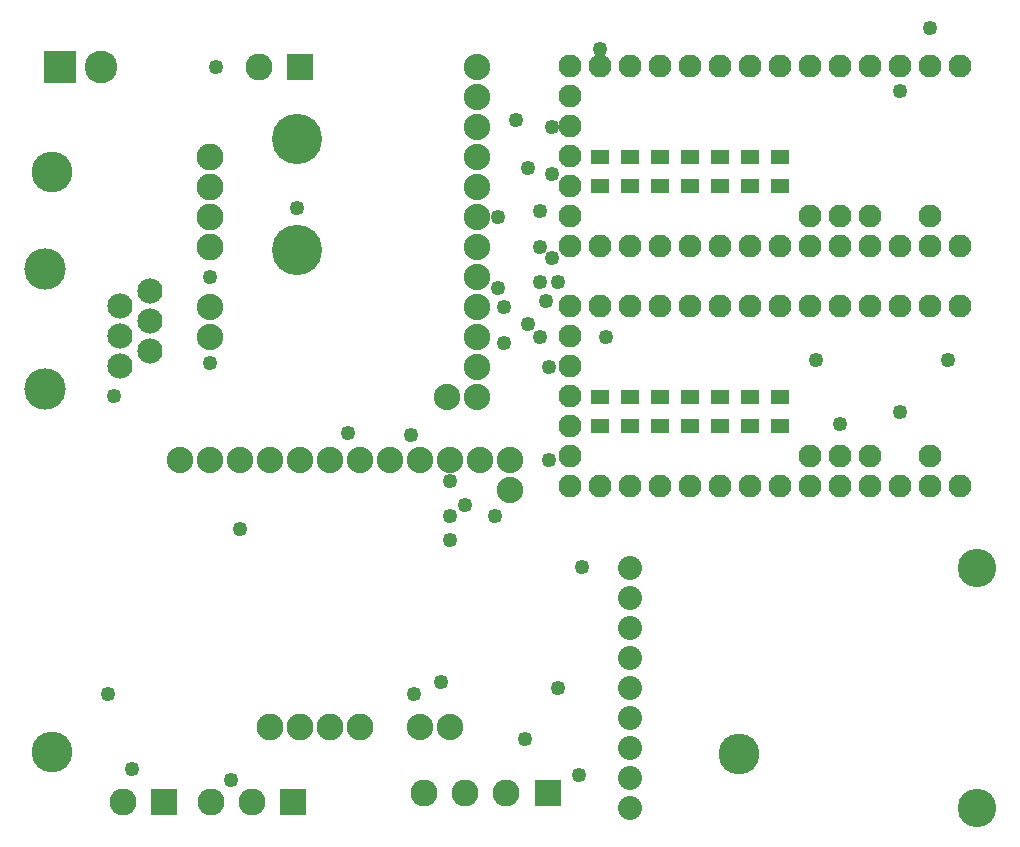
<source format=gbs>
G04 MADE WITH FRITZING*
G04 WWW.FRITZING.ORG*
G04 DOUBLE SIDED*
G04 HOLES PLATED*
G04 CONTOUR ON CENTER OF CONTOUR VECTOR*
%ASAXBY*%
%FSLAX23Y23*%
%MOIN*%
%OFA0B0*%
%SFA1.0B1.0*%
%ADD10C,0.049370*%
%ADD11C,0.080000*%
%ADD12C,0.128110*%
%ADD13C,0.090000*%
%ADD14C,0.167480*%
%ADD15C,0.084000*%
%ADD16C,0.138000*%
%ADD17C,0.089370*%
%ADD18C,0.076889*%
%ADD19C,0.092000*%
%ADD20C,0.088000*%
%ADD21C,0.109055*%
%ADD22C,0.135984*%
%ADD23R,0.090000X0.090000*%
%ADD24R,0.062264X0.049500*%
%ADD25R,0.092000X0.092000*%
%ADD26R,0.109055X0.109055*%
%LNMASK0*%
G90*
G70*
G54D10*
X1889Y228D03*
X1898Y920D03*
X1819Y518D03*
X1708Y348D03*
G54D11*
X2058Y118D03*
X2058Y218D03*
X2058Y318D03*
X2058Y418D03*
X2058Y518D03*
X2058Y618D03*
X2058Y718D03*
X2058Y818D03*
X2058Y918D03*
G54D12*
X3214Y918D03*
X3214Y118D03*
G54D13*
X1784Y168D03*
X1646Y168D03*
X1508Y168D03*
X1370Y168D03*
G54D10*
X1679Y2409D03*
X3058Y2718D03*
X1957Y2648D03*
X1758Y2108D03*
X1798Y2388D03*
X1719Y2249D03*
X1619Y2088D03*
X1758Y1988D03*
X1638Y1668D03*
X1719Y1729D03*
X1619Y1849D03*
X2958Y2508D03*
X1758Y1869D03*
X1818Y1869D03*
X2958Y1438D03*
X758Y1048D03*
X2758Y1398D03*
X1458Y1208D03*
X1458Y1089D03*
X1458Y1009D03*
X1789Y1278D03*
X1789Y1588D03*
X1607Y1089D03*
X1508Y1128D03*
X658Y1888D03*
X1428Y538D03*
X1339Y497D03*
X657Y1599D03*
X1329Y1360D03*
X1758Y1688D03*
X2678Y1610D03*
X3118Y1610D03*
X1977Y1688D03*
X1118Y1368D03*
G54D14*
X948Y2348D03*
X948Y1978D03*
G54D10*
X1798Y1949D03*
X1798Y2229D03*
X1637Y1788D03*
X1779Y1808D03*
X679Y2587D03*
X947Y2118D03*
G54D15*
X458Y1839D03*
X358Y1789D03*
X458Y1739D03*
X358Y1689D03*
X458Y1639D03*
X358Y1589D03*
G54D16*
X108Y1914D03*
X108Y1514D03*
G54D13*
X506Y138D03*
X368Y138D03*
X936Y138D03*
X798Y138D03*
X660Y138D03*
G54D17*
X858Y388D03*
X958Y388D03*
X1058Y388D03*
X1158Y388D03*
X658Y2288D03*
X658Y2188D03*
X658Y2088D03*
X658Y1988D03*
G54D18*
X1858Y1189D03*
X1958Y1189D03*
X2058Y1189D03*
X2158Y1189D03*
X2258Y1189D03*
X2358Y1189D03*
X2458Y1189D03*
X2558Y1189D03*
X2658Y1189D03*
X2758Y1189D03*
X2858Y1189D03*
X2958Y1189D03*
X3058Y1189D03*
X3158Y1189D03*
X3058Y1289D03*
X1858Y1789D03*
X1958Y1789D03*
X2058Y1789D03*
X2158Y1789D03*
X2258Y1789D03*
X2358Y1789D03*
X2458Y1789D03*
X2558Y1789D03*
X2658Y1789D03*
X2758Y1789D03*
X2858Y1789D03*
X2958Y1789D03*
X3058Y1789D03*
X3158Y1789D03*
X2758Y1289D03*
X2858Y1289D03*
X2658Y1289D03*
X1858Y1589D03*
X1858Y1689D03*
X1858Y1489D03*
X1858Y1289D03*
X1858Y1389D03*
X1858Y1989D03*
X1958Y1989D03*
X2058Y1989D03*
X2158Y1989D03*
X2258Y1989D03*
X2358Y1989D03*
X2458Y1989D03*
X2558Y1989D03*
X2658Y1989D03*
X2758Y1989D03*
X2858Y1989D03*
X2958Y1989D03*
X3058Y1989D03*
X3158Y1989D03*
X3058Y2089D03*
X1858Y2589D03*
X1958Y2589D03*
X2058Y2589D03*
X2158Y2589D03*
X2258Y2589D03*
X2358Y2589D03*
X2458Y2589D03*
X2558Y2589D03*
X2658Y2589D03*
X2758Y2589D03*
X2858Y2589D03*
X2958Y2589D03*
X3058Y2589D03*
X3158Y2589D03*
X2758Y2089D03*
X2858Y2089D03*
X2658Y2089D03*
X1858Y2389D03*
X1858Y2489D03*
X1858Y2289D03*
X1858Y2089D03*
X1858Y2189D03*
G54D13*
X958Y2588D03*
X820Y2588D03*
X958Y2588D03*
X820Y2588D03*
G54D19*
X948Y2348D03*
X948Y1981D03*
X948Y2348D03*
X948Y1981D03*
G54D20*
X558Y1278D03*
X658Y1278D03*
X758Y1278D03*
X858Y1278D03*
X958Y1278D03*
X1058Y1278D03*
X1158Y1278D03*
X1258Y1278D03*
X1358Y1278D03*
X1458Y1278D03*
X1558Y1278D03*
X1548Y2588D03*
X1548Y2488D03*
X1548Y2388D03*
X1548Y2288D03*
X1548Y2188D03*
X1548Y2088D03*
X1548Y1988D03*
X1548Y1888D03*
X1548Y1788D03*
X1548Y1688D03*
X1548Y1588D03*
X1358Y388D03*
X1458Y388D03*
X658Y1788D03*
X658Y1688D03*
X1658Y1278D03*
X1658Y1178D03*
X1548Y1488D03*
X1448Y1488D03*
G54D21*
X158Y2588D03*
X296Y2588D03*
G54D22*
X2421Y298D03*
X130Y303D03*
X130Y2236D03*
G54D10*
X399Y248D03*
X318Y498D03*
X337Y1489D03*
X729Y209D03*
G54D23*
X1784Y168D03*
X506Y138D03*
X936Y138D03*
G54D24*
X2459Y1389D03*
X2459Y1488D03*
X2558Y1389D03*
X2558Y1488D03*
X2359Y1389D03*
X2259Y1389D03*
X2159Y1389D03*
X2059Y1389D03*
X1959Y1389D03*
X1959Y1488D03*
X2059Y1488D03*
X2159Y1488D03*
X2259Y1488D03*
X2359Y1488D03*
X2459Y2189D03*
X2459Y2288D03*
X2558Y2189D03*
X2558Y2288D03*
X2359Y2189D03*
X2259Y2189D03*
X2159Y2189D03*
X2059Y2189D03*
X1959Y2189D03*
X1959Y2288D03*
X2059Y2288D03*
X2159Y2288D03*
X2259Y2288D03*
X2359Y2288D03*
G54D23*
X958Y2588D03*
X958Y2588D03*
G54D25*
X948Y2349D03*
X948Y2349D03*
G54D26*
X158Y2588D03*
G04 End of Mask0*
M02*
</source>
